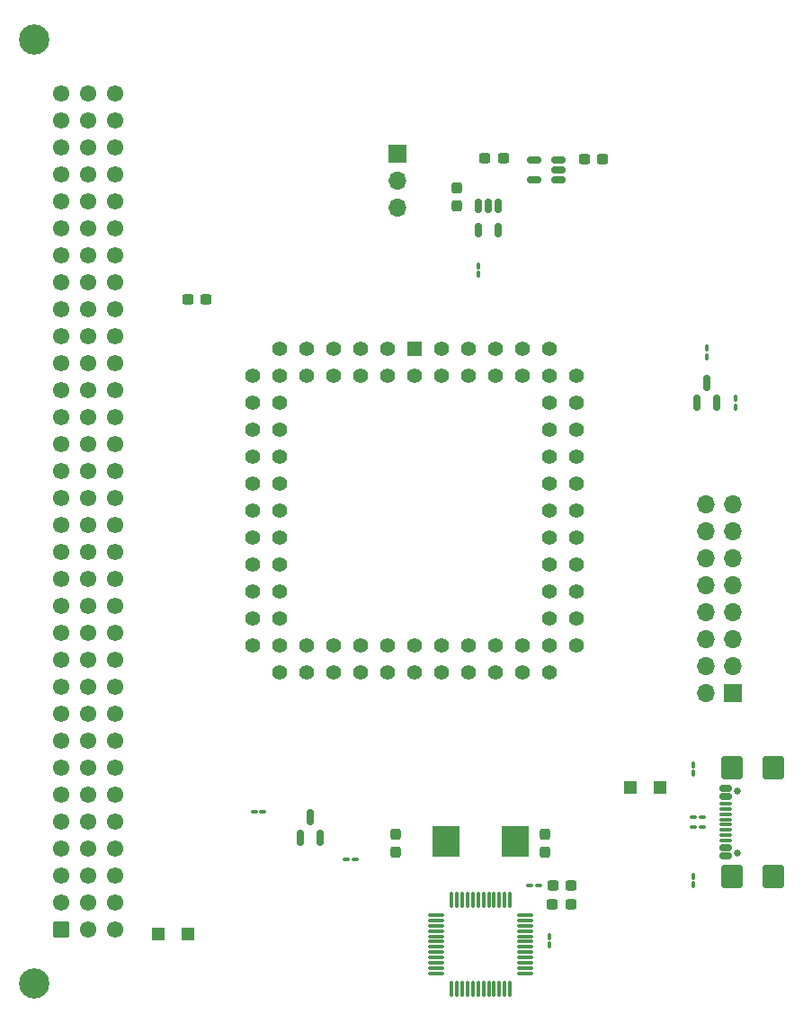
<source format=gbr>
%TF.GenerationSoftware,KiCad,Pcbnew,8.0.2*%
%TF.CreationDate,2024-06-07T17:43:05+02:00*%
%TF.ProjectId,interruptus,696e7465-7272-4757-9074-75732e6b6963,rev?*%
%TF.SameCoordinates,Original*%
%TF.FileFunction,Soldermask,Bot*%
%TF.FilePolarity,Negative*%
%FSLAX46Y46*%
G04 Gerber Fmt 4.6, Leading zero omitted, Abs format (unit mm)*
G04 Created by KiCad (PCBNEW 8.0.2) date 2024-06-07 17:43:05*
%MOMM*%
%LPD*%
G01*
G04 APERTURE LIST*
G04 Aperture macros list*
%AMRoundRect*
0 Rectangle with rounded corners*
0 $1 Rounding radius*
0 $2 $3 $4 $5 $6 $7 $8 $9 X,Y pos of 4 corners*
0 Add a 4 corners polygon primitive as box body*
4,1,4,$2,$3,$4,$5,$6,$7,$8,$9,$2,$3,0*
0 Add four circle primitives for the rounded corners*
1,1,$1+$1,$2,$3*
1,1,$1+$1,$4,$5*
1,1,$1+$1,$6,$7*
1,1,$1+$1,$8,$9*
0 Add four rect primitives between the rounded corners*
20,1,$1+$1,$2,$3,$4,$5,0*
20,1,$1+$1,$4,$5,$6,$7,0*
20,1,$1+$1,$6,$7,$8,$9,0*
20,1,$1+$1,$8,$9,$2,$3,0*%
G04 Aperture macros list end*
%ADD10C,0.650000*%
%ADD11RoundRect,0.150000X-0.425000X0.150000X-0.425000X-0.150000X0.425000X-0.150000X0.425000X0.150000X0*%
%ADD12RoundRect,0.075000X-0.500000X0.075000X-0.500000X-0.075000X0.500000X-0.075000X0.500000X0.075000X0*%
%ADD13RoundRect,0.250000X-0.750000X0.840000X-0.750000X-0.840000X0.750000X-0.840000X0.750000X0.840000X0*%
%ADD14R,1.422400X1.422400*%
%ADD15C,1.422400*%
%ADD16C,2.850000*%
%ADD17RoundRect,0.249999X0.525001X-0.525001X0.525001X0.525001X-0.525001X0.525001X-0.525001X-0.525001X0*%
%ADD18C,1.550000*%
%ADD19R,1.700000X1.700000*%
%ADD20O,1.700000X1.700000*%
%ADD21RoundRect,0.150000X-0.150000X0.512500X-0.150000X-0.512500X0.150000X-0.512500X0.150000X0.512500X0*%
%ADD22R,1.200000X1.200000*%
%ADD23RoundRect,0.100000X-0.217500X-0.100000X0.217500X-0.100000X0.217500X0.100000X-0.217500X0.100000X0*%
%ADD24RoundRect,0.100000X-0.100000X0.217500X-0.100000X-0.217500X0.100000X-0.217500X0.100000X0.217500X0*%
%ADD25RoundRect,0.150000X0.150000X-0.587500X0.150000X0.587500X-0.150000X0.587500X-0.150000X-0.587500X0*%
%ADD26RoundRect,0.150000X0.512500X0.150000X-0.512500X0.150000X-0.512500X-0.150000X0.512500X-0.150000X0*%
%ADD27RoundRect,0.237500X0.237500X-0.300000X0.237500X0.300000X-0.237500X0.300000X-0.237500X-0.300000X0*%
%ADD28R,2.500000X3.000000*%
%ADD29RoundRect,0.075000X0.662500X0.075000X-0.662500X0.075000X-0.662500X-0.075000X0.662500X-0.075000X0*%
%ADD30RoundRect,0.075000X0.075000X0.662500X-0.075000X0.662500X-0.075000X-0.662500X0.075000X-0.662500X0*%
%ADD31RoundRect,0.237500X0.300000X0.237500X-0.300000X0.237500X-0.300000X-0.237500X0.300000X-0.237500X0*%
%ADD32RoundRect,0.100000X0.100000X-0.217500X0.100000X0.217500X-0.100000X0.217500X-0.100000X-0.217500X0*%
G04 APERTURE END LIST*
D10*
%TO.C,J3*%
X143145000Y-120110000D03*
X143145000Y-125890000D03*
D11*
X142070000Y-119800000D03*
X142070000Y-120600000D03*
D12*
X142070000Y-121750000D03*
X142070000Y-122750000D03*
X142070000Y-123250000D03*
X142070000Y-124250000D03*
D11*
X142070000Y-126200000D03*
X142070000Y-125400000D03*
D12*
X142070000Y-124750000D03*
X142070000Y-123750000D03*
X142070000Y-122250000D03*
X142070000Y-121250000D03*
D13*
X142645000Y-117890000D03*
X146575000Y-117890000D03*
X142645000Y-128110000D03*
X146575000Y-128110000D03*
%TD*%
D14*
%TO.C,U1*%
X112740000Y-78460000D03*
D15*
X112740000Y-81000000D03*
X110200000Y-78460000D03*
X110200000Y-81000000D03*
X107660000Y-78460000D03*
X107660000Y-81000000D03*
X105120000Y-78460000D03*
X105120000Y-81000000D03*
X102580000Y-78460000D03*
X102580000Y-81000000D03*
X100040000Y-78460000D03*
X97500000Y-81000000D03*
X100040000Y-81000000D03*
X97500000Y-83540000D03*
X100040000Y-83540000D03*
X97500000Y-86080000D03*
X100040000Y-86080000D03*
X97500000Y-88620000D03*
X100040000Y-88620000D03*
X97500000Y-91160000D03*
X100040000Y-91160000D03*
X97500000Y-93700000D03*
X100040000Y-93700000D03*
X97500000Y-96240000D03*
X100040000Y-96240000D03*
X97500000Y-98780000D03*
X100040000Y-98780000D03*
X97500000Y-101320000D03*
X100040000Y-101320000D03*
X97500000Y-103860000D03*
X100040000Y-103860000D03*
X97500000Y-106400000D03*
X100040000Y-108940000D03*
X100040000Y-106400000D03*
X102580000Y-108940000D03*
X102580000Y-106400000D03*
X105120000Y-108940000D03*
X105120000Y-106400000D03*
X107660000Y-108940000D03*
X107660000Y-106400000D03*
X110200000Y-108940000D03*
X110200000Y-106400000D03*
X112740000Y-108940000D03*
X112740000Y-106400000D03*
X115280000Y-108940000D03*
X115280000Y-106400000D03*
X117820000Y-108940000D03*
X117820000Y-106400000D03*
X120360000Y-108940000D03*
X120360000Y-106400000D03*
X122900000Y-108940000D03*
X122900000Y-106400000D03*
X125440000Y-108940000D03*
X127980000Y-106400000D03*
X125440000Y-106400000D03*
X127980000Y-103860000D03*
X125440000Y-103860000D03*
X127980000Y-101320000D03*
X125440000Y-101320000D03*
X127980000Y-98780000D03*
X125440000Y-98780000D03*
X127980000Y-96240000D03*
X125440000Y-96240000D03*
X127980000Y-93700000D03*
X125440000Y-93700000D03*
X127980000Y-91160000D03*
X125440000Y-91160000D03*
X127980000Y-88620000D03*
X125440000Y-88620000D03*
X127980000Y-86080000D03*
X125440000Y-86080000D03*
X127980000Y-83540000D03*
X125440000Y-83540000D03*
X127980000Y-81000000D03*
X125440000Y-78460000D03*
X125440000Y-81000000D03*
X122900000Y-78460000D03*
X122900000Y-81000000D03*
X120360000Y-78460000D03*
X120360000Y-81000000D03*
X117820000Y-78460000D03*
X117820000Y-81000000D03*
X115280000Y-78460000D03*
X115280000Y-81000000D03*
%TD*%
D16*
%TO.C,P1*%
X76960000Y-138200000D03*
X76960000Y-49300000D03*
D17*
X79500000Y-133120000D03*
D18*
X79500000Y-130580000D03*
X79500000Y-128040000D03*
X79500000Y-125500000D03*
X79500000Y-122960000D03*
X79500000Y-120420000D03*
X79500000Y-117880000D03*
X79500000Y-115340000D03*
X79500000Y-112800000D03*
X79500000Y-110260000D03*
X79500000Y-107720000D03*
X79500000Y-105180000D03*
X79500000Y-102640000D03*
X79500000Y-100100000D03*
X79500000Y-97560000D03*
X79500000Y-95020000D03*
X79500000Y-92480000D03*
X79500000Y-89940000D03*
X79500000Y-87400000D03*
X79500000Y-84860000D03*
X79500000Y-82320000D03*
X79500000Y-79780000D03*
X79500000Y-77240000D03*
X79500000Y-74700000D03*
X79500000Y-72160000D03*
X79500000Y-69620000D03*
X79500000Y-67080000D03*
X79500000Y-64540000D03*
X79500000Y-62000000D03*
X79500000Y-59460000D03*
X79500000Y-56920000D03*
X79500000Y-54380000D03*
X82040000Y-133120000D03*
X82040000Y-130580000D03*
X82040000Y-128040000D03*
X82040000Y-125500000D03*
X82040000Y-122960000D03*
X82040000Y-120420000D03*
X82040000Y-117880000D03*
X82040000Y-115340000D03*
X82040000Y-112800000D03*
X82040000Y-110260000D03*
X82040000Y-107720000D03*
X82040000Y-105180000D03*
X82040000Y-102640000D03*
X82040000Y-100100000D03*
X82040000Y-97560000D03*
X82040000Y-95020000D03*
X82040000Y-92480000D03*
X82040000Y-89940000D03*
X82040000Y-87400000D03*
X82040000Y-84860000D03*
X82040000Y-82320000D03*
X82040000Y-79780000D03*
X82040000Y-77240000D03*
X82040000Y-74700000D03*
X82040000Y-72160000D03*
X82040000Y-69620000D03*
X82040000Y-67080000D03*
X82040000Y-64540000D03*
X82040000Y-62000000D03*
X82040000Y-59460000D03*
X82040000Y-56920000D03*
X82040000Y-54380000D03*
X84580000Y-133120000D03*
X84580000Y-130580000D03*
X84580000Y-128040000D03*
X84580000Y-125500000D03*
X84580000Y-122960000D03*
X84580000Y-120420000D03*
X84580000Y-117880000D03*
X84580000Y-115340000D03*
X84580000Y-112800000D03*
X84580000Y-110260000D03*
X84580000Y-107720000D03*
X84580000Y-105180000D03*
X84580000Y-102640000D03*
X84580000Y-100100000D03*
X84580000Y-97560000D03*
X84580000Y-95020000D03*
X84580000Y-92480000D03*
X84580000Y-89940000D03*
X84580000Y-87400000D03*
X84580000Y-84860000D03*
X84580000Y-82320000D03*
X84580000Y-79780000D03*
X84580000Y-77240000D03*
X84580000Y-74700000D03*
X84580000Y-72160000D03*
X84580000Y-69620000D03*
X84580000Y-67080000D03*
X84580000Y-64540000D03*
X84580000Y-62000000D03*
X84580000Y-59460000D03*
X84580000Y-56920000D03*
X84580000Y-54380000D03*
%TD*%
D19*
%TO.C,J2*%
X142775000Y-110875000D03*
D20*
X140235000Y-110875000D03*
X142775000Y-108335000D03*
X140235000Y-108335000D03*
X142775000Y-105795000D03*
X140235000Y-105795000D03*
X142775000Y-103255000D03*
X140235000Y-103255000D03*
X142775000Y-100715000D03*
X140235000Y-100715000D03*
X142775000Y-98175000D03*
X140235000Y-98175000D03*
X142775000Y-95635000D03*
X140235000Y-95635000D03*
X142775000Y-93095000D03*
X140235000Y-93095000D03*
%TD*%
D19*
%TO.C,J1*%
X111137500Y-60010000D03*
D20*
X111137500Y-62550000D03*
X111137500Y-65090000D03*
%TD*%
D21*
%TO.C,U2*%
X118750000Y-64975000D03*
X119700000Y-64975000D03*
X120650000Y-64975000D03*
X120650000Y-67250000D03*
X118750000Y-67250000D03*
%TD*%
D22*
%TO.C,D2*%
X91400000Y-133500000D03*
X88600000Y-133500000D03*
%TD*%
D23*
%TO.C,R2*%
X97660000Y-122000000D03*
X98475000Y-122000000D03*
%TD*%
D24*
%TO.C,R1*%
X140250000Y-78342500D03*
X140250000Y-79157500D03*
%TD*%
D25*
%TO.C,Q1*%
X141250000Y-83500000D03*
X139350000Y-83500000D03*
X140300000Y-81625000D03*
%TD*%
D26*
%TO.C,U3*%
X126275000Y-60600000D03*
X126275000Y-61550000D03*
X126275000Y-62500000D03*
X124000000Y-62500000D03*
X124000000Y-60600000D03*
%TD*%
D23*
%TO.C,R8*%
X139025000Y-123500000D03*
X139840000Y-123500000D03*
%TD*%
D27*
%TO.C,C5*%
X111000000Y-125862500D03*
X111000000Y-124137500D03*
%TD*%
D28*
%TO.C,Y1*%
X115750000Y-124775000D03*
X122250000Y-124775000D03*
%TD*%
D27*
%TO.C,C3*%
X116750000Y-64975000D03*
X116750000Y-63250000D03*
%TD*%
D29*
%TO.C,U4*%
X123162500Y-131750000D03*
X123162500Y-132250000D03*
X123162500Y-132750000D03*
X123162500Y-133250000D03*
X123162500Y-133750000D03*
X123162500Y-134250000D03*
X123162500Y-134750000D03*
X123162500Y-135250000D03*
X123162500Y-135750000D03*
X123162500Y-136250000D03*
X123162500Y-136750000D03*
X123162500Y-137250000D03*
D30*
X121750000Y-138662500D03*
X121250000Y-138662500D03*
X120750000Y-138662500D03*
X120250000Y-138662500D03*
X119750000Y-138662500D03*
X119250000Y-138662500D03*
X118750000Y-138662500D03*
X118250000Y-138662500D03*
X117750000Y-138662500D03*
X117250000Y-138662500D03*
X116750000Y-138662500D03*
X116250000Y-138662500D03*
D29*
X114837500Y-137250000D03*
X114837500Y-136750000D03*
X114837500Y-136250000D03*
X114837500Y-135750000D03*
X114837500Y-135250000D03*
X114837500Y-134750000D03*
X114837500Y-134250000D03*
X114837500Y-133750000D03*
X114837500Y-133250000D03*
X114837500Y-132750000D03*
X114837500Y-132250000D03*
X114837500Y-131750000D03*
D30*
X116250000Y-130337500D03*
X116750000Y-130337500D03*
X117250000Y-130337500D03*
X117750000Y-130337500D03*
X118250000Y-130337500D03*
X118750000Y-130337500D03*
X119250000Y-130337500D03*
X119750000Y-130337500D03*
X120250000Y-130337500D03*
X120750000Y-130337500D03*
X121250000Y-130337500D03*
X121750000Y-130337500D03*
%TD*%
D31*
%TO.C,C1*%
X93112500Y-73750000D03*
X91387500Y-73750000D03*
%TD*%
D24*
%TO.C,R6*%
X139000000Y-117592500D03*
X139000000Y-118407500D03*
%TD*%
D23*
%TO.C,R4*%
X106342500Y-126500000D03*
X107157500Y-126500000D03*
%TD*%
D24*
%TO.C,R10*%
X125500000Y-133775000D03*
X125500000Y-134590000D03*
%TD*%
%TO.C,R3*%
X143000000Y-83092500D03*
X143000000Y-83907500D03*
%TD*%
D31*
%TO.C,C2*%
X130500000Y-60550000D03*
X128775000Y-60550000D03*
%TD*%
D24*
%TO.C,R5*%
X118750000Y-70592500D03*
X118750000Y-71407500D03*
%TD*%
D27*
%TO.C,C6*%
X125000000Y-125862500D03*
X125000000Y-124137500D03*
%TD*%
D25*
%TO.C,Q2*%
X103887500Y-124437500D03*
X101987500Y-124437500D03*
X102937500Y-122562500D03*
%TD*%
D31*
%TO.C,C7*%
X127475000Y-130750000D03*
X125750000Y-130750000D03*
%TD*%
%TO.C,C8*%
X127500000Y-129000000D03*
X125775000Y-129000000D03*
%TD*%
D22*
%TO.C,D1*%
X133100000Y-119750000D03*
X135900000Y-119750000D03*
%TD*%
D32*
%TO.C,R7*%
X139000000Y-128907500D03*
X139000000Y-128092500D03*
%TD*%
D23*
%TO.C,R9*%
X139025000Y-122500000D03*
X139840000Y-122500000D03*
%TD*%
D31*
%TO.C,C4*%
X121112500Y-60500000D03*
X119387500Y-60500000D03*
%TD*%
D23*
%TO.C,R11*%
X123592500Y-129000000D03*
X124407500Y-129000000D03*
%TD*%
M02*

</source>
